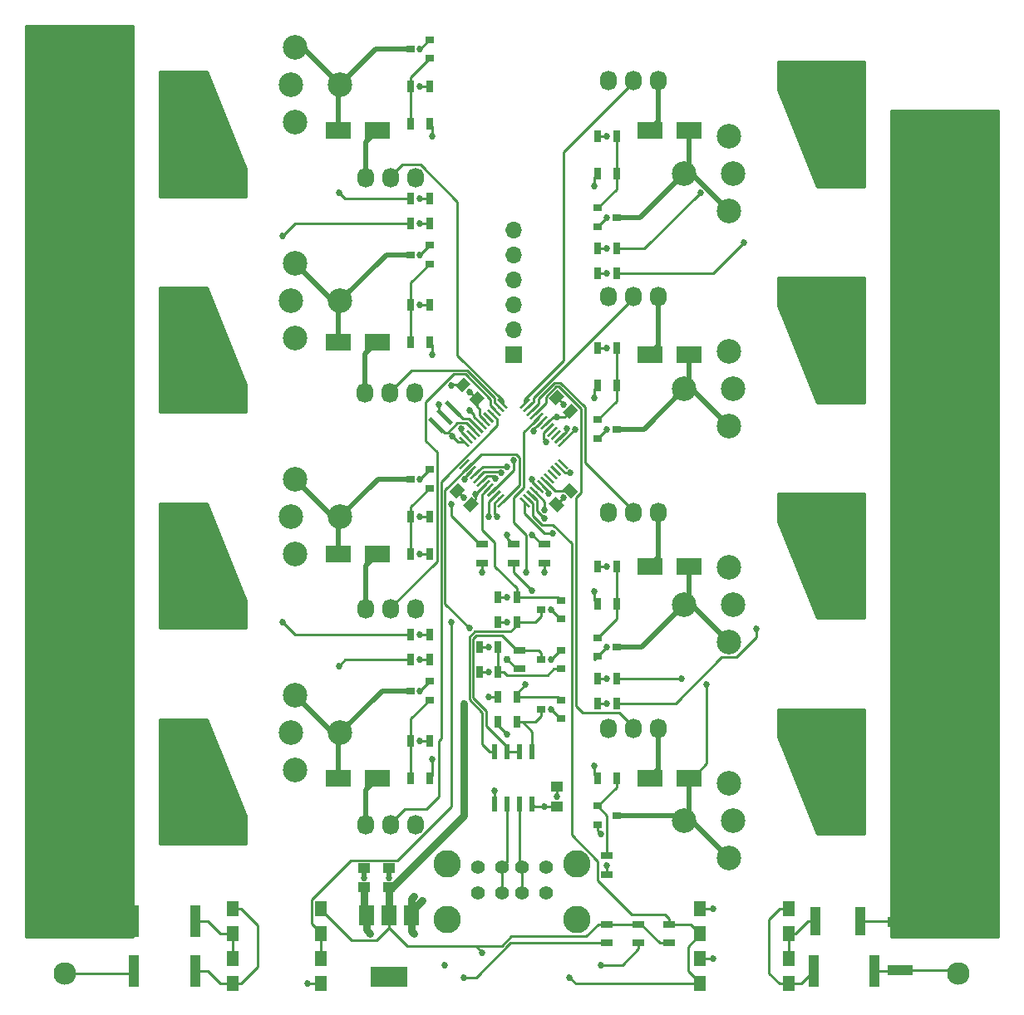
<source format=gtl>
G04 #@! TF.FileFunction,Copper,L1,Top,Mixed*
%FSLAX46Y46*%
G04 Gerber Fmt 4.6, Leading zero omitted, Abs format (unit mm)*
G04 Created by KiCad (PCBNEW 4.0.2+dfsg1-stable) date Tue 05 Jun 2018 02:18:01 AM EDT*
%MOMM*%
G01*
G04 APERTURE LIST*
%ADD10C,0.150000*%
%ADD11R,2.500000X1.800000*%
%ADD12C,2.500000*%
%ADD13R,1.250000X1.000000*%
%ADD14R,1.000000X3.000000*%
%ADD15O,3.810000X2.540000*%
%ADD16O,1.727200X2.032000*%
%ADD17R,1.700000X1.700000*%
%ADD18O,1.700000X1.700000*%
%ADD19C,1.420000*%
%ADD20C,2.800000*%
%ADD21R,2.300000X2.300000*%
%ADD22C,2.300000*%
%ADD23R,0.900000X0.800000*%
%ADD24R,0.700000X1.300000*%
%ADD25R,1.300000X0.700000*%
%ADD26R,2.500000X1.000000*%
%ADD27R,1.000000X3.200000*%
%ADD28R,0.600000X1.550000*%
%ADD29R,3.800000X2.000000*%
%ADD30R,1.500000X2.000000*%
%ADD31R,1.300000X1.500000*%
%ADD32C,0.685800*%
%ADD33C,0.750000*%
%ADD34C,0.254000*%
%ADD35C,0.762000*%
%ADD36C,0.508000*%
G04 APERTURE END LIST*
D10*
D11*
X68040000Y44450000D03*
X64040000Y44450000D03*
D12*
X72110000Y44310000D03*
X72110000Y36690000D03*
X82270000Y44310000D03*
X89890000Y44310000D03*
X94500000Y40500000D03*
X84500000Y40500000D03*
X72500000Y40500000D03*
X67500000Y40500000D03*
D10*
G36*
X51844379Y50608311D02*
X51667602Y50431534D01*
X50748363Y51350773D01*
X50925140Y51527550D01*
X51844379Y50608311D01*
X51844379Y50608311D01*
G37*
G36*
X52197932Y50961864D02*
X52021155Y50785087D01*
X51101916Y51704326D01*
X51278693Y51881103D01*
X52197932Y50961864D01*
X52197932Y50961864D01*
G37*
G36*
X52551486Y51315418D02*
X52374709Y51138641D01*
X51455470Y52057880D01*
X51632247Y52234657D01*
X52551486Y51315418D01*
X52551486Y51315418D01*
G37*
G36*
X52905039Y51668971D02*
X52728262Y51492194D01*
X51809023Y52411433D01*
X51985800Y52588210D01*
X52905039Y51668971D01*
X52905039Y51668971D01*
G37*
G36*
X53258592Y52022524D02*
X53081815Y51845747D01*
X52162576Y52764986D01*
X52339353Y52941763D01*
X53258592Y52022524D01*
X53258592Y52022524D01*
G37*
G36*
X53612146Y52376078D02*
X53435369Y52199301D01*
X52516130Y53118540D01*
X52692907Y53295317D01*
X53612146Y52376078D01*
X53612146Y52376078D01*
G37*
G36*
X53965699Y52729631D02*
X53788922Y52552854D01*
X52869683Y53472093D01*
X53046460Y53648870D01*
X53965699Y52729631D01*
X53965699Y52729631D01*
G37*
G36*
X54319253Y53083185D02*
X54142476Y52906408D01*
X53223237Y53825647D01*
X53400014Y54002424D01*
X54319253Y53083185D01*
X54319253Y53083185D01*
G37*
G36*
X54672806Y53436738D02*
X54496029Y53259961D01*
X53576790Y54179200D01*
X53753567Y54355977D01*
X54672806Y53436738D01*
X54672806Y53436738D01*
G37*
G36*
X55026359Y53790291D02*
X54849582Y53613514D01*
X53930343Y54532753D01*
X54107120Y54709530D01*
X55026359Y53790291D01*
X55026359Y53790291D01*
G37*
G36*
X55379913Y54143845D02*
X55203136Y53967068D01*
X54283897Y54886307D01*
X54460674Y55063084D01*
X55379913Y54143845D01*
X55379913Y54143845D01*
G37*
G36*
X55733466Y54497398D02*
X55556689Y54320621D01*
X54637450Y55239860D01*
X54814227Y55416637D01*
X55733466Y54497398D01*
X55733466Y54497398D01*
G37*
G36*
X55556689Y57679379D02*
X55733466Y57502602D01*
X54814227Y56583363D01*
X54637450Y56760140D01*
X55556689Y57679379D01*
X55556689Y57679379D01*
G37*
G36*
X55203136Y58032932D02*
X55379913Y57856155D01*
X54460674Y56936916D01*
X54283897Y57113693D01*
X55203136Y58032932D01*
X55203136Y58032932D01*
G37*
G36*
X54849582Y58386486D02*
X55026359Y58209709D01*
X54107120Y57290470D01*
X53930343Y57467247D01*
X54849582Y58386486D01*
X54849582Y58386486D01*
G37*
G36*
X54496029Y58740039D02*
X54672806Y58563262D01*
X53753567Y57644023D01*
X53576790Y57820800D01*
X54496029Y58740039D01*
X54496029Y58740039D01*
G37*
G36*
X54142476Y59093592D02*
X54319253Y58916815D01*
X53400014Y57997576D01*
X53223237Y58174353D01*
X54142476Y59093592D01*
X54142476Y59093592D01*
G37*
G36*
X53788922Y59447146D02*
X53965699Y59270369D01*
X53046460Y58351130D01*
X52869683Y58527907D01*
X53788922Y59447146D01*
X53788922Y59447146D01*
G37*
G36*
X53435369Y59800699D02*
X53612146Y59623922D01*
X52692907Y58704683D01*
X52516130Y58881460D01*
X53435369Y59800699D01*
X53435369Y59800699D01*
G37*
G36*
X53081815Y60154253D02*
X53258592Y59977476D01*
X52339353Y59058237D01*
X52162576Y59235014D01*
X53081815Y60154253D01*
X53081815Y60154253D01*
G37*
G36*
X52728262Y60507806D02*
X52905039Y60331029D01*
X51985800Y59411790D01*
X51809023Y59588567D01*
X52728262Y60507806D01*
X52728262Y60507806D01*
G37*
G36*
X52374709Y60861359D02*
X52551486Y60684582D01*
X51632247Y59765343D01*
X51455470Y59942120D01*
X52374709Y60861359D01*
X52374709Y60861359D01*
G37*
G36*
X52021155Y61214913D02*
X52197932Y61038136D01*
X51278693Y60118897D01*
X51101916Y60295674D01*
X52021155Y61214913D01*
X52021155Y61214913D01*
G37*
G36*
X51667602Y61568466D02*
X51844379Y61391689D01*
X50925140Y60472450D01*
X50748363Y60649227D01*
X51667602Y61568466D01*
X51667602Y61568466D01*
G37*
G36*
X49581637Y60649227D02*
X49404860Y60472450D01*
X48485621Y61391689D01*
X48662398Y61568466D01*
X49581637Y60649227D01*
X49581637Y60649227D01*
G37*
G36*
X49228084Y60295674D02*
X49051307Y60118897D01*
X48132068Y61038136D01*
X48308845Y61214913D01*
X49228084Y60295674D01*
X49228084Y60295674D01*
G37*
G36*
X48874530Y59942120D02*
X48697753Y59765343D01*
X47778514Y60684582D01*
X47955291Y60861359D01*
X48874530Y59942120D01*
X48874530Y59942120D01*
G37*
G36*
X48520977Y59588567D02*
X48344200Y59411790D01*
X47424961Y60331029D01*
X47601738Y60507806D01*
X48520977Y59588567D01*
X48520977Y59588567D01*
G37*
G36*
X48167424Y59235014D02*
X47990647Y59058237D01*
X47071408Y59977476D01*
X47248185Y60154253D01*
X48167424Y59235014D01*
X48167424Y59235014D01*
G37*
G36*
X47813870Y58881460D02*
X47637093Y58704683D01*
X46717854Y59623922D01*
X46894631Y59800699D01*
X47813870Y58881460D01*
X47813870Y58881460D01*
G37*
G36*
X47460317Y58527907D02*
X47283540Y58351130D01*
X46364301Y59270369D01*
X46541078Y59447146D01*
X47460317Y58527907D01*
X47460317Y58527907D01*
G37*
G36*
X47106763Y58174353D02*
X46929986Y57997576D01*
X46010747Y58916815D01*
X46187524Y59093592D01*
X47106763Y58174353D01*
X47106763Y58174353D01*
G37*
G36*
X46753210Y57820800D02*
X46576433Y57644023D01*
X45657194Y58563262D01*
X45833971Y58740039D01*
X46753210Y57820800D01*
X46753210Y57820800D01*
G37*
G36*
X46399657Y57467247D02*
X46222880Y57290470D01*
X45303641Y58209709D01*
X45480418Y58386486D01*
X46399657Y57467247D01*
X46399657Y57467247D01*
G37*
G36*
X46046103Y57113693D02*
X45869326Y56936916D01*
X44950087Y57856155D01*
X45126864Y58032932D01*
X46046103Y57113693D01*
X46046103Y57113693D01*
G37*
G36*
X45692550Y56760140D02*
X45515773Y56583363D01*
X44596534Y57502602D01*
X44773311Y57679379D01*
X45692550Y56760140D01*
X45692550Y56760140D01*
G37*
G36*
X45515773Y55416637D02*
X45692550Y55239860D01*
X44773311Y54320621D01*
X44596534Y54497398D01*
X45515773Y55416637D01*
X45515773Y55416637D01*
G37*
G36*
X45869326Y55063084D02*
X46046103Y54886307D01*
X45126864Y53967068D01*
X44950087Y54143845D01*
X45869326Y55063084D01*
X45869326Y55063084D01*
G37*
G36*
X46222880Y54709530D02*
X46399657Y54532753D01*
X45480418Y53613514D01*
X45303641Y53790291D01*
X46222880Y54709530D01*
X46222880Y54709530D01*
G37*
G36*
X46576433Y54355977D02*
X46753210Y54179200D01*
X45833971Y53259961D01*
X45657194Y53436738D01*
X46576433Y54355977D01*
X46576433Y54355977D01*
G37*
G36*
X46929986Y54002424D02*
X47106763Y53825647D01*
X46187524Y52906408D01*
X46010747Y53083185D01*
X46929986Y54002424D01*
X46929986Y54002424D01*
G37*
G36*
X47283540Y53648870D02*
X47460317Y53472093D01*
X46541078Y52552854D01*
X46364301Y52729631D01*
X47283540Y53648870D01*
X47283540Y53648870D01*
G37*
G36*
X47637093Y53295317D02*
X47813870Y53118540D01*
X46894631Y52199301D01*
X46717854Y52376078D01*
X47637093Y53295317D01*
X47637093Y53295317D01*
G37*
G36*
X47990647Y52941763D02*
X48167424Y52764986D01*
X47248185Y51845747D01*
X47071408Y52022524D01*
X47990647Y52941763D01*
X47990647Y52941763D01*
G37*
G36*
X48344200Y52588210D02*
X48520977Y52411433D01*
X47601738Y51492194D01*
X47424961Y51668971D01*
X48344200Y52588210D01*
X48344200Y52588210D01*
G37*
G36*
X48697753Y52234657D02*
X48874530Y52057880D01*
X47955291Y51138641D01*
X47778514Y51315418D01*
X48697753Y52234657D01*
X48697753Y52234657D01*
G37*
G36*
X49051307Y51881103D02*
X49228084Y51704326D01*
X48308845Y50785087D01*
X48132068Y50961864D01*
X49051307Y51881103D01*
X49051307Y51881103D01*
G37*
G36*
X49404860Y51527550D02*
X49581637Y51350773D01*
X48662398Y50431534D01*
X48485621Y50608311D01*
X49404860Y51527550D01*
X49404860Y51527550D01*
G37*
G36*
X56747602Y60341281D02*
X55863719Y59457398D01*
X55156612Y60164505D01*
X56040495Y61048388D01*
X56747602Y60341281D01*
X56747602Y60341281D01*
G37*
G36*
X55333388Y61755495D02*
X54449505Y60871612D01*
X53742398Y61578719D01*
X54626281Y62462602D01*
X55333388Y61755495D01*
X55333388Y61755495D01*
G37*
G36*
X46587602Y50816281D02*
X45703719Y49932398D01*
X44996612Y50639505D01*
X45880495Y51523388D01*
X46587602Y50816281D01*
X46587602Y50816281D01*
G37*
G36*
X45173388Y52230495D02*
X44289505Y51346612D01*
X43582398Y52053719D01*
X44466281Y52937602D01*
X45173388Y52230495D01*
X45173388Y52230495D01*
G37*
G36*
X47222602Y61611281D02*
X46338719Y60727398D01*
X45631612Y61434505D01*
X46515495Y62318388D01*
X47222602Y61611281D01*
X47222602Y61611281D01*
G37*
G36*
X45808388Y63025495D02*
X44924505Y62141612D01*
X44217398Y62848719D01*
X45101281Y63732602D01*
X45808388Y63025495D01*
X45808388Y63025495D01*
G37*
G36*
X55863719Y52937602D02*
X56747602Y52053719D01*
X56040495Y51346612D01*
X55156612Y52230495D01*
X55863719Y52937602D01*
X55863719Y52937602D01*
G37*
G36*
X54449505Y51523388D02*
X55333388Y50639505D01*
X54626281Y49932398D01*
X53742398Y50816281D01*
X54449505Y51523388D01*
X54449505Y51523388D01*
G37*
D13*
X54610000Y19955000D03*
X54610000Y21955000D03*
X34925000Y11700000D03*
X34925000Y13700000D03*
X37465000Y11700000D03*
X37465000Y13700000D03*
D14*
X85485000Y8255000D03*
X80885000Y8255000D03*
D12*
X27890000Y89690000D03*
X27890000Y97310000D03*
X17730000Y89690000D03*
X10110000Y89690000D03*
X5500000Y93500000D03*
X15500000Y93500000D03*
X27500000Y93500000D03*
X32500000Y93500000D03*
X72110000Y88310000D03*
X72110000Y80690000D03*
X82270000Y88310000D03*
X89890000Y88310000D03*
X94500000Y84500000D03*
X84500000Y84500000D03*
X72500000Y84500000D03*
X67500000Y84500000D03*
X72110000Y66310000D03*
X72110000Y58690000D03*
X82270000Y66310000D03*
X89890000Y66310000D03*
X94500000Y62500000D03*
X84500000Y62500000D03*
X72500000Y62500000D03*
X67500000Y62500000D03*
X72110000Y22310000D03*
X72110000Y14690000D03*
X82270000Y22310000D03*
X89890000Y22310000D03*
X94500000Y18500000D03*
X84500000Y18500000D03*
X72500000Y18500000D03*
X67500000Y18500000D03*
X27890000Y23690000D03*
X27890000Y31310000D03*
X17730000Y23690000D03*
X10110000Y23690000D03*
X5500000Y27500000D03*
X15500000Y27500000D03*
X27500000Y27500000D03*
X32500000Y27500000D03*
X27890000Y45690000D03*
X27890000Y53310000D03*
X17730000Y45690000D03*
X10110000Y45690000D03*
X5500000Y49500000D03*
X15500000Y49500000D03*
X27500000Y49500000D03*
X32500000Y49500000D03*
X27890000Y67690000D03*
X27890000Y75310000D03*
X17730000Y67690000D03*
X10110000Y67690000D03*
X5500000Y71500000D03*
X15500000Y71500000D03*
X27500000Y71500000D03*
X32500000Y71500000D03*
D15*
X16050000Y83500000D03*
X21130000Y83500000D03*
D16*
X35100000Y84074800D03*
X37640000Y84074800D03*
X40180000Y84074800D03*
D15*
X83950000Y94500000D03*
X78870000Y94500000D03*
D16*
X64900000Y93925200D03*
X62360000Y93925200D03*
X59820000Y93925200D03*
D15*
X83950000Y72500000D03*
X78870000Y72500000D03*
D16*
X64900000Y71925200D03*
X62360000Y71925200D03*
X59820000Y71925200D03*
D15*
X83950000Y50500000D03*
X78870000Y50500000D03*
D16*
X64900000Y49925200D03*
X62360000Y49925200D03*
X59820000Y49925200D03*
D15*
X83950000Y28500000D03*
X78870000Y28500000D03*
D16*
X64900000Y27925200D03*
X62360000Y27925200D03*
X59820000Y27925200D03*
D15*
X16050000Y17500000D03*
X21130000Y17500000D03*
D16*
X35100000Y18074800D03*
X37640000Y18074800D03*
X40180000Y18074800D03*
D15*
X16050000Y39500000D03*
X21130000Y39500000D03*
D16*
X35100000Y40074800D03*
X37640000Y40074800D03*
X40180000Y40074800D03*
D15*
X16000000Y61500000D03*
X21080000Y61500000D03*
D16*
X35050000Y62074800D03*
X37590000Y62074800D03*
X40130000Y62074800D03*
D17*
X50165000Y66040000D03*
D18*
X50165000Y68580000D03*
X50165000Y71120000D03*
X50165000Y73660000D03*
X50165000Y76200000D03*
X50165000Y78740000D03*
D19*
X46500000Y13725005D03*
X49000000Y13725005D03*
X51000000Y13725005D03*
X53500000Y13725005D03*
X46500000Y11105005D03*
X49000000Y11105005D03*
X51000000Y11105005D03*
X53500000Y11105005D03*
D20*
X56570000Y8395005D03*
X56570000Y14075005D03*
X43430000Y14075005D03*
X43430000Y8395005D03*
D21*
X95500000Y8040000D03*
D22*
X95500000Y2960000D03*
D21*
X4445000Y8040000D03*
D22*
X4445000Y2960000D03*
D23*
X41640000Y96205000D03*
X41640000Y98105000D03*
X39640000Y97155000D03*
X58690000Y80960000D03*
X58690000Y79060000D03*
X60690000Y80010000D03*
X58690000Y59370000D03*
X58690000Y57470000D03*
X60690000Y58420000D03*
X58690000Y37145000D03*
X58690000Y35245000D03*
X60690000Y36195000D03*
X58690000Y20000000D03*
X58690000Y18100000D03*
X60690000Y19050000D03*
X41640000Y30800000D03*
X41640000Y32700000D03*
X39640000Y31750000D03*
X41640000Y52390000D03*
X41640000Y54290000D03*
X39640000Y53340000D03*
X41640000Y75250000D03*
X41640000Y77150000D03*
X39640000Y76200000D03*
X54975000Y33975000D03*
X54975000Y35875000D03*
X52975000Y34925000D03*
X54975000Y39055000D03*
X54975000Y40955000D03*
X52975000Y40005000D03*
X54975000Y28895000D03*
X54975000Y30795000D03*
X52975000Y29845000D03*
D24*
X39690000Y89535000D03*
X41590000Y89535000D03*
X39690000Y93345000D03*
X41590000Y93345000D03*
X41590000Y81915000D03*
X39690000Y81915000D03*
X60640000Y84455000D03*
X58740000Y84455000D03*
X60640000Y88265000D03*
X58740000Y88265000D03*
X58740000Y76835000D03*
X60640000Y76835000D03*
X60640000Y62865000D03*
X58740000Y62865000D03*
X60640000Y66675000D03*
X58740000Y66675000D03*
X58740000Y74295000D03*
X60640000Y74295000D03*
X60640000Y40640000D03*
X58740000Y40640000D03*
X60640000Y44450000D03*
X58740000Y44450000D03*
X58740000Y30480000D03*
X60640000Y30480000D03*
X60640000Y22860000D03*
X58740000Y22860000D03*
D25*
X59690000Y14920000D03*
X59690000Y13020000D03*
D24*
X58740000Y33020000D03*
X60640000Y33020000D03*
X39690000Y22860000D03*
X41590000Y22860000D03*
X39690000Y26670000D03*
X41590000Y26670000D03*
X41590000Y34925000D03*
X39690000Y34925000D03*
X39690000Y49530000D03*
X41590000Y49530000D03*
X39690000Y45720000D03*
X41590000Y45720000D03*
X41590000Y37465000D03*
X39690000Y37465000D03*
X39690000Y67310000D03*
X41590000Y67310000D03*
X39690000Y71120000D03*
X41590000Y71120000D03*
X41590000Y79375000D03*
X39690000Y79375000D03*
X48575000Y36195000D03*
X46675000Y36195000D03*
X48575000Y33655000D03*
X46675000Y33655000D03*
D25*
X50800000Y33975000D03*
X50800000Y35875000D03*
D24*
X48580000Y41275000D03*
X50480000Y41275000D03*
X48580000Y31115000D03*
X50480000Y31115000D03*
X48580000Y38735000D03*
X50480000Y38735000D03*
X48580000Y28575000D03*
X50480000Y28575000D03*
D25*
X53340000Y44770000D03*
X53340000Y46670000D03*
X46990000Y44770000D03*
X46990000Y46670000D03*
X50165000Y44770000D03*
X50165000Y46670000D03*
X59690000Y7935000D03*
X59690000Y6035000D03*
D26*
X89535000Y3265000D03*
X89535000Y8165000D03*
D27*
X86920000Y3175000D03*
X80720000Y3175000D03*
D25*
X62865000Y6035000D03*
X62865000Y7935000D03*
X66040000Y6035000D03*
X66040000Y7935000D03*
D27*
X17705000Y8255000D03*
X11505000Y8255000D03*
X17705000Y3175000D03*
X11505000Y3175000D03*
D28*
X52070000Y25560000D03*
X50800000Y25560000D03*
X49530000Y25560000D03*
X48260000Y25560000D03*
X48260000Y20160000D03*
X49530000Y20160000D03*
X50800000Y20160000D03*
X52070000Y20160000D03*
D29*
X37465000Y2565000D03*
D30*
X37465000Y8865000D03*
X35165000Y8865000D03*
X39765000Y8865000D03*
D31*
X78160000Y4445000D03*
X78160000Y1905000D03*
X78160000Y9525000D03*
X78160000Y6985000D03*
X69160000Y9525000D03*
X69160000Y6985000D03*
X69160000Y4445000D03*
X69160000Y1905000D03*
X21535000Y6985000D03*
X21535000Y9525000D03*
X21535000Y1905000D03*
X21535000Y4445000D03*
X30535000Y1905000D03*
X30535000Y4445000D03*
X30535000Y6985000D03*
X30535000Y9525000D03*
D10*
G36*
X43745685Y58841472D02*
X42331472Y60255685D01*
X42614315Y60538528D01*
X44028528Y59124315D01*
X43745685Y58841472D01*
X43745685Y58841472D01*
G37*
G36*
X44594213Y59690000D02*
X43180000Y61104213D01*
X43462843Y61387056D01*
X44877056Y59972843D01*
X44594213Y59690000D01*
X44594213Y59690000D01*
G37*
G36*
X42897157Y57992944D02*
X41482944Y59407157D01*
X41765787Y59690000D01*
X43180000Y58275787D01*
X42897157Y57992944D01*
X42897157Y57992944D01*
G37*
D11*
X32290000Y88900000D03*
X36290000Y88900000D03*
X68040000Y88900000D03*
X64040000Y88900000D03*
X68040000Y66040000D03*
X64040000Y66040000D03*
X68040000Y22860000D03*
X64040000Y22860000D03*
X32290000Y22860000D03*
X36290000Y22860000D03*
X32290000Y45720000D03*
X36290000Y45720000D03*
X32290000Y67310000D03*
X36290000Y67310000D03*
D32*
X49530000Y41275000D03*
X45720000Y62230000D03*
X45085000Y30480000D03*
X45085000Y29845000D03*
X46990000Y5080000D03*
X46304758Y51786205D03*
X54610000Y59690000D03*
X53975000Y40005000D03*
X53975000Y29845000D03*
X47625000Y31115000D03*
X40005000Y10795000D03*
X40894000Y10414000D03*
X53481820Y57150000D03*
X55895057Y53958904D03*
X53738495Y51899979D03*
X40640000Y26670000D03*
X40640000Y31750000D03*
X47625000Y33655000D03*
X48268143Y53352040D03*
X55245000Y51435000D03*
X40640000Y53340000D03*
X40640000Y45720000D03*
X59690000Y13970000D03*
X40640000Y71120000D03*
X40640000Y76200000D03*
X59690000Y80010000D03*
X59690000Y88265000D03*
X40640000Y97155000D03*
X40640000Y93345000D03*
X29210000Y1905000D03*
X48260000Y21590000D03*
X37465000Y12700000D03*
X34925000Y12700000D03*
X43180000Y3810000D03*
X40005000Y6985000D03*
X70485000Y9525000D03*
X70485000Y4445000D03*
X45720000Y60325000D03*
X42545000Y60960000D03*
X43815000Y62865000D03*
X55245000Y60960000D03*
X45085000Y51435000D03*
X54610000Y20955000D03*
X59055000Y17145000D03*
X59690000Y44450000D03*
X59690000Y66675000D03*
X59690000Y36195000D03*
X59690000Y58420000D03*
X53975000Y34925000D03*
D33*
X49530000Y34925000D03*
D32*
X40640000Y37465000D03*
X40640000Y34925000D03*
X49530000Y38735000D03*
X40640000Y81915000D03*
X40640000Y79375000D03*
X49530000Y27305000D03*
X35560000Y6985000D03*
X53340000Y19955000D03*
X59690000Y33020000D03*
X59690000Y30480000D03*
X59690000Y74295000D03*
X59690000Y76835000D03*
X32385000Y82550000D03*
X46990000Y43815000D03*
X51989401Y41990599D03*
X53340000Y43815000D03*
X45085000Y2540000D03*
X47625000Y36195000D03*
X45671125Y38148875D03*
X50165000Y55245000D03*
X43815000Y50800000D03*
X45144049Y53280951D03*
X52070000Y47625000D03*
X49530000Y54610000D03*
X49530000Y47625000D03*
X48895000Y53975000D03*
X51435000Y43815000D03*
X51367091Y32385000D03*
X52237209Y58252791D03*
X41910000Y88265000D03*
X44861369Y58432690D03*
X58420000Y83185000D03*
X55545561Y58440938D03*
X58420000Y61595000D03*
X56404702Y58420000D03*
X58420000Y41910000D03*
X53340000Y50165000D03*
X58420000Y24130000D03*
X54176017Y47813903D03*
X41910000Y24765000D03*
X48463203Y49530000D03*
X47625000Y49530000D03*
X40640000Y49530000D03*
X41910000Y66040000D03*
X43937540Y57662460D03*
X52070000Y53340000D03*
X43815000Y38735000D03*
X53319062Y49305859D03*
X55880000Y2540000D03*
X69850000Y32385000D03*
X69202658Y82537658D03*
X73660000Y77470000D03*
X74930000Y38100000D03*
X67310000Y33020000D03*
X32385000Y34290000D03*
X26670000Y38735000D03*
X26670000Y78105000D03*
X59055000Y3810000D03*
D34*
X48580000Y41275000D02*
X49530000Y41275000D01*
X46427107Y61522893D02*
X45720000Y62230000D01*
X47265862Y59252691D02*
X46735533Y59783020D01*
X46735533Y59783020D02*
X46735533Y60407360D01*
X46735533Y60407360D02*
X46427107Y60715786D01*
X46427107Y60715786D02*
X46427107Y61522893D01*
X30535000Y9525000D02*
X30535000Y9425000D01*
X30535000Y9425000D02*
X33635409Y6324591D01*
X33635409Y6324591D02*
X36178591Y6324591D01*
X36178591Y6324591D02*
X37465000Y7611000D01*
D35*
X45085000Y29845000D02*
X45085000Y30480000D01*
X37465000Y8865000D02*
X37465000Y11403074D01*
X37465000Y11403074D02*
X45085000Y19023074D01*
X45085000Y19023074D02*
X45085000Y29845000D01*
D34*
X46355000Y5715000D02*
X48955250Y5715000D01*
X57566604Y6715604D02*
X58786000Y7935000D01*
X48955250Y5715000D02*
X49955854Y6715604D01*
X49955854Y6715604D02*
X57566604Y6715604D01*
X58786000Y7935000D02*
X59690000Y7935000D01*
X46990000Y5080000D02*
X46355000Y5715000D01*
X46355000Y5715000D02*
X39361000Y5715000D01*
X39361000Y5715000D02*
X37465000Y7611000D01*
X37465000Y7611000D02*
X37465000Y8865000D01*
X62865000Y7935000D02*
X63165000Y7935000D01*
X63165000Y7935000D02*
X65065000Y6035000D01*
X65065000Y6035000D02*
X66040000Y6035000D01*
X59690000Y7935000D02*
X62865000Y7935000D01*
D35*
X37465000Y8865000D02*
X37465000Y11700000D01*
D34*
X45792107Y50727893D02*
X46304758Y51240544D01*
X46304758Y51240544D02*
X46304758Y51786205D01*
X46304758Y51786205D02*
X46735533Y52216980D01*
X46735533Y52216980D02*
X47265862Y52747309D01*
X54610000Y59690000D02*
X55389214Y59690000D01*
X54208553Y59690000D02*
X54610000Y59690000D01*
X54975000Y39055000D02*
X54925000Y39055000D01*
X54925000Y39055000D02*
X53975000Y40005000D01*
X54975000Y28895000D02*
X54925000Y28895000D01*
X54925000Y28895000D02*
X53975000Y29845000D01*
X48580000Y31115000D02*
X47625000Y31115000D01*
X53417691Y58899138D02*
X54208553Y59690000D01*
X55389214Y59690000D02*
X55439456Y59740242D01*
X55439456Y59740242D02*
X55952107Y60252893D01*
D35*
X39765000Y8865000D02*
X39765000Y8495000D01*
X39765000Y8865000D02*
X39765000Y10555000D01*
X39765000Y10555000D02*
X40005000Y10795000D01*
X39765000Y8865000D02*
X39765000Y9285000D01*
X39765000Y9285000D02*
X40894000Y10414000D01*
D34*
X53771245Y58545584D02*
X53240916Y58015255D01*
X53240916Y58015255D02*
X53240916Y57390904D01*
X53240916Y57390904D02*
X53481820Y57150000D01*
X54831905Y54515076D02*
X55388077Y53958904D01*
X55388077Y53958904D02*
X55895057Y53958904D01*
X53064138Y52747309D02*
X53738495Y52072952D01*
X53738495Y52072952D02*
X53738495Y51899979D01*
X41590000Y26670000D02*
X40640000Y26670000D01*
X41640000Y32700000D02*
X41590000Y32700000D01*
X41590000Y32700000D02*
X40640000Y31750000D01*
X46675000Y33655000D02*
X47625000Y33655000D01*
X46912309Y53100862D02*
X47442638Y53631191D01*
X47442638Y53631191D02*
X47988992Y53631191D01*
X47988992Y53631191D02*
X48268143Y53352040D01*
X54537893Y50727893D02*
X55245000Y51435000D01*
X41640000Y54290000D02*
X41590000Y54290000D01*
X41590000Y54290000D02*
X40640000Y53340000D01*
X41590000Y45720000D02*
X40640000Y45720000D01*
X59690000Y13020000D02*
X59690000Y13970000D01*
X41590000Y71120000D02*
X40640000Y71120000D01*
X41640000Y77150000D02*
X41590000Y77150000D01*
X41590000Y77150000D02*
X40640000Y76200000D01*
X58690000Y79060000D02*
X58740000Y79060000D01*
X58740000Y79060000D02*
X59690000Y80010000D01*
X58740000Y88265000D02*
X59690000Y88265000D01*
X41640000Y98105000D02*
X41590000Y98105000D01*
X41590000Y98105000D02*
X40640000Y97155000D01*
X41590000Y93345000D02*
X40640000Y93345000D01*
X30535000Y1905000D02*
X29210000Y1905000D01*
X48260000Y20160000D02*
X48260000Y21590000D01*
D36*
X37465000Y13700000D02*
X37465000Y12700000D01*
X34925000Y13700000D02*
X34925000Y12700000D01*
D35*
X39765000Y8865000D02*
X39765000Y7225000D01*
X39765000Y7225000D02*
X40005000Y6985000D01*
D34*
X69160000Y9525000D02*
X70485000Y9525000D01*
X69160000Y4445000D02*
X70485000Y4445000D01*
X46121447Y59690000D02*
X46121447Y59923553D01*
X46121447Y59923553D02*
X45720000Y60325000D01*
X46912309Y58899138D02*
X46121447Y59690000D01*
X42545000Y60325000D02*
X43180000Y59690000D01*
X42545000Y60960000D02*
X42545000Y60325000D01*
X45012893Y62937107D02*
X43887107Y62937107D01*
X43887107Y62937107D02*
X43815000Y62865000D01*
X54537893Y61667107D02*
X55245000Y60960000D01*
X44377893Y52142107D02*
X45085000Y51435000D01*
X54610000Y21955000D02*
X54610000Y20955000D01*
X58690000Y18100000D02*
X58690000Y17510000D01*
X58690000Y17510000D02*
X59055000Y17145000D01*
X58740000Y44450000D02*
X59690000Y44450000D01*
X58740000Y66675000D02*
X59690000Y66675000D01*
X58690000Y35245000D02*
X58740000Y35245000D01*
X58740000Y35245000D02*
X59690000Y36195000D01*
X58690000Y57470000D02*
X58740000Y57470000D01*
X58740000Y57470000D02*
X59690000Y58420000D01*
X54975000Y35875000D02*
X54925000Y35875000D01*
X54925000Y35875000D02*
X53975000Y34925000D01*
X58690000Y35245000D02*
X58370000Y34925000D01*
X53417691Y53100862D02*
X54376446Y52142107D01*
X54376446Y52142107D02*
X55952107Y52142107D01*
X50800000Y33975000D02*
X50480000Y33975000D01*
X50480000Y33975000D02*
X49530000Y34925000D01*
X41590000Y37465000D02*
X40640000Y37465000D01*
X41590000Y34925000D02*
X40640000Y34925000D01*
X49530000Y38735000D02*
X48580000Y38735000D01*
X41590000Y81915000D02*
X40640000Y81915000D01*
X41590000Y79375000D02*
X40640000Y79375000D01*
D36*
X64900000Y93925200D02*
X64900000Y89760000D01*
X64900000Y89760000D02*
X64040000Y88900000D01*
X64900000Y71925200D02*
X64900000Y66900000D01*
X64900000Y66900000D02*
X64040000Y66040000D01*
X64900000Y49925200D02*
X64900000Y45310000D01*
X64900000Y45310000D02*
X64040000Y44450000D01*
X64900000Y27925200D02*
X64900000Y23720000D01*
X64900000Y23720000D02*
X64040000Y22860000D01*
X35100000Y18074800D02*
X35100000Y21670000D01*
X35100000Y21670000D02*
X36290000Y22860000D01*
X35100000Y40074800D02*
X35100000Y44530000D01*
X35100000Y44530000D02*
X36290000Y45720000D01*
X35100000Y84074800D02*
X35100000Y87710000D01*
X35100000Y87710000D02*
X36290000Y88900000D01*
X35050000Y62074800D02*
X35050000Y66070000D01*
X35050000Y66070000D02*
X36290000Y67310000D01*
D34*
X48580000Y28575000D02*
X48580000Y28255000D01*
X48580000Y28255000D02*
X49530000Y27305000D01*
D35*
X35165000Y8865000D02*
X35165000Y7380000D01*
X35165000Y7380000D02*
X35560000Y6985000D01*
X34925000Y11700000D02*
X34925000Y9105000D01*
X34925000Y9105000D02*
X35165000Y8865000D01*
D34*
X53340000Y19955000D02*
X52275000Y19955000D01*
X54610000Y19955000D02*
X53340000Y19955000D01*
X52275000Y19955000D02*
X52070000Y20160000D01*
X58740000Y33020000D02*
X59690000Y33020000D01*
X58740000Y30480000D02*
X59690000Y30480000D01*
X58740000Y74295000D02*
X59690000Y74295000D01*
X58740000Y76835000D02*
X59690000Y76835000D01*
X11505000Y8255000D02*
X4660000Y8255000D01*
X4660000Y8255000D02*
X4445000Y8040000D01*
X85485000Y8255000D02*
X89445000Y8255000D01*
X89445000Y8255000D02*
X89535000Y8165000D01*
X89535000Y8165000D02*
X95375000Y8165000D01*
X95375000Y8165000D02*
X95500000Y8040000D01*
X80885000Y8255000D02*
X80131000Y8255000D01*
X80131000Y8255000D02*
X78861000Y6985000D01*
X78861000Y6985000D02*
X78160000Y6985000D01*
X78160000Y4445000D02*
X78160000Y6985000D01*
X78160000Y7085000D02*
X78160000Y6985000D01*
X34290000Y81915000D02*
X33020000Y81915000D01*
X33020000Y81915000D02*
X32385000Y82550000D01*
X34290000Y81915000D02*
X39690000Y81915000D01*
D36*
X39640000Y97155000D02*
X36155000Y97155000D01*
X36155000Y97155000D02*
X32500000Y93500000D01*
X32290000Y88900000D02*
X32290000Y93290000D01*
X32290000Y93290000D02*
X32500000Y93500000D01*
X32500000Y93500000D02*
X28690000Y97310000D01*
X28690000Y97310000D02*
X27890000Y97310000D01*
D34*
X46990000Y43815000D02*
X46990000Y44770000D01*
X51989401Y41990599D02*
X50165000Y43815000D01*
X50165000Y43815000D02*
X50165000Y44770000D01*
X53340000Y43815000D02*
X53340000Y44770000D01*
X46355000Y2540000D02*
X49850000Y6035000D01*
X49850000Y6035000D02*
X59690000Y6035000D01*
X45085000Y2540000D02*
X46355000Y2540000D01*
X50787301Y55543705D02*
X50787301Y52733214D01*
X50787301Y52733214D02*
X49033629Y50979542D01*
X45498095Y54515076D02*
X46850320Y55867301D01*
X46850320Y55867301D02*
X50463705Y55867301D01*
X50463705Y55867301D02*
X50787301Y55543705D01*
X47625000Y36195000D02*
X46675000Y36195000D01*
X43182221Y52199202D02*
X43182221Y40637779D01*
X43182221Y40637779D02*
X45671125Y38148875D01*
X45498095Y54515076D02*
X43182221Y52199202D01*
X47972969Y52040202D02*
X50165000Y54232233D01*
X50165000Y54364589D02*
X50165000Y55245000D01*
X50165000Y54232233D02*
X50165000Y54364589D01*
X47619416Y52393755D02*
X46990000Y51764339D01*
X46990000Y51764339D02*
X46990000Y48172922D01*
X46990000Y48172922D02*
X48260000Y46902922D01*
X48260000Y46902922D02*
X48260000Y44450000D01*
X48260000Y44450000D02*
X50480000Y42230000D01*
X50480000Y42230000D02*
X50480000Y41275000D01*
X50480000Y41275000D02*
X54655000Y41275000D01*
X54655000Y41275000D02*
X54975000Y40955000D01*
X43815000Y50800000D02*
X43815000Y49545000D01*
X43815000Y49545000D02*
X46690000Y46670000D01*
X46690000Y46670000D02*
X46990000Y46670000D01*
X45085000Y53394873D02*
X45085000Y53340000D01*
X45085000Y53340000D02*
X45144049Y53280951D01*
X45851649Y54161522D02*
X45085000Y53394873D01*
X52070000Y47625000D02*
X53025000Y46670000D01*
X53025000Y46670000D02*
X53340000Y46670000D01*
X46205202Y53807969D02*
X47007233Y54610000D01*
X47007233Y54610000D02*
X47139589Y54610000D01*
X47139589Y54610000D02*
X49530000Y54610000D01*
X49530000Y47625000D02*
X49530000Y47305000D01*
X49530000Y47305000D02*
X50165000Y46670000D01*
X46558755Y53454416D02*
X47141940Y54037601D01*
X47141940Y54037601D02*
X48832399Y54037601D01*
X48832399Y54037601D02*
X48895000Y53975000D01*
X43458656Y58063656D02*
X44450000Y59055000D01*
X45342233Y59055000D02*
X44450000Y59055000D01*
X46205202Y58192031D02*
X45342233Y59055000D01*
X43109288Y58063656D02*
X43458656Y58063656D01*
X42331472Y58841472D02*
X43109288Y58063656D01*
X44028528Y60538528D02*
X45045397Y59521659D01*
X45045397Y59521659D02*
X45582680Y59521659D01*
X45582680Y59521659D02*
X46028426Y59075913D01*
X46028426Y59075913D02*
X46558755Y58545584D01*
X48680076Y60666905D02*
X48206211Y61140770D01*
X48206211Y61140770D02*
X48206211Y61597569D01*
X48206211Y61597569D02*
X45385358Y64418422D01*
X45385358Y64418422D02*
X39781222Y64418422D01*
X39781222Y64418422D02*
X37590000Y62227200D01*
X37590000Y62227200D02*
X37590000Y62074800D01*
X37640000Y40074800D02*
X37640000Y40227200D01*
X37640000Y40227200D02*
X42369401Y44956601D01*
X42369401Y44956601D02*
X42369401Y56055599D01*
X42369401Y56055599D02*
X41203534Y57221466D01*
X44041006Y64012012D02*
X45217018Y64012012D01*
X41203534Y57221466D02*
X41203534Y61174540D01*
X41203534Y61174540D02*
X44041006Y64012012D01*
X45217018Y64012012D02*
X47796193Y61432837D01*
X47796193Y61432837D02*
X47796193Y60843680D01*
X47796193Y60843680D02*
X48326522Y60313351D01*
X37640000Y18074800D02*
X37640000Y18227200D01*
X37640000Y18227200D02*
X39097800Y19685000D01*
X42775811Y53071822D02*
X48503298Y58799309D01*
X48503298Y59429469D02*
X47972969Y59959798D01*
X39097800Y19685000D02*
X41275000Y19685000D01*
X41275000Y19685000D02*
X42545000Y20955000D01*
X42545000Y20955000D02*
X42545000Y26670000D01*
X42545000Y26670000D02*
X42775811Y26900811D01*
X42775811Y26900811D02*
X42775811Y53071822D01*
X48503298Y58799309D02*
X48503298Y59429469D01*
X62360000Y27925200D02*
X62360000Y28077600D01*
X62360000Y28077600D02*
X60887001Y29550599D01*
X60887001Y29550599D02*
X57158395Y29550599D01*
X57158395Y29550599D02*
X56515000Y30193994D01*
X56515000Y30193994D02*
X56515000Y51425970D01*
X56515000Y51425970D02*
X57027012Y51937982D01*
X57027012Y51937982D02*
X57027012Y60457018D01*
X57027012Y60457018D02*
X54742018Y62742012D01*
X54742018Y62742012D02*
X54510544Y62742012D01*
X54510544Y62742012D02*
X53462988Y61694456D01*
X53462988Y61065755D02*
X52887360Y60490127D01*
X53462988Y61694456D02*
X53462988Y61065755D01*
X52887360Y60490127D02*
X52357031Y59959798D01*
X52813663Y60433663D02*
X52357031Y59977031D01*
X52357031Y59977031D02*
X52357031Y59959798D01*
X52003478Y60313351D02*
X52705000Y61014873D01*
X52705000Y61014873D02*
X52705000Y61511218D01*
X52705000Y61511218D02*
X54342204Y63148422D01*
X54342204Y63148422D02*
X54910358Y63148422D01*
X62360000Y50077600D02*
X62360000Y49925200D01*
X54910358Y63148422D02*
X57433422Y60625358D01*
X57433422Y60625358D02*
X57433422Y55004178D01*
X57433422Y55004178D02*
X62360000Y50077600D01*
X51649924Y60666905D02*
X52180253Y61197234D01*
X52180253Y61197234D02*
X52180253Y61593053D01*
X62360000Y71772800D02*
X62360000Y71925200D01*
X52180253Y61593053D02*
X62360000Y71772800D01*
X55245000Y65405000D02*
X55245000Y86657800D01*
X55245000Y86657800D02*
X62360000Y93772800D01*
X62360000Y93772800D02*
X62360000Y93925200D01*
X51296371Y61456371D02*
X55245000Y65405000D01*
X51296371Y61020458D02*
X51296371Y61456371D01*
X51296371Y61297235D02*
X51296371Y61020458D01*
X49033629Y61344901D02*
X49033629Y61020458D01*
X44450000Y65928530D02*
X49033629Y61344901D01*
X44450000Y81573660D02*
X44450000Y65928530D01*
X37640000Y84074800D02*
X37640000Y84227200D01*
X37640000Y84227200D02*
X38783010Y85370210D01*
X38783010Y85370210D02*
X40653450Y85370210D01*
X40653450Y85370210D02*
X44450000Y81573660D01*
X51435000Y43815000D02*
X51435000Y47625000D01*
X51435000Y47625000D02*
X50165000Y48895000D01*
X50165000Y48895000D02*
X50165000Y51435000D01*
X50165000Y51435000D02*
X51193711Y52463711D01*
X51193711Y52463711D02*
X51193711Y58089372D01*
X51193711Y58089372D02*
X52159339Y59055000D01*
X52159339Y59055000D02*
X52710584Y59606245D01*
X50480000Y31115000D02*
X50480000Y31497909D01*
X50480000Y31497909D02*
X51367091Y32385000D01*
X50480000Y31115000D02*
X54655000Y31115000D01*
X54655000Y31115000D02*
X54975000Y30795000D01*
X53064138Y59252691D02*
X52237209Y58425762D01*
X52237209Y58425762D02*
X52237209Y58252791D01*
X52533809Y58722362D02*
X53064138Y59252691D01*
X41910000Y88265000D02*
X41910000Y89215000D01*
X41910000Y89215000D02*
X41590000Y89535000D01*
X45498095Y57484924D02*
X44861369Y58121650D01*
X44861369Y58121650D02*
X44861369Y58432690D01*
X58420000Y83185000D02*
X58420000Y84135000D01*
X58420000Y84135000D02*
X58740000Y84455000D01*
X54831905Y57484924D02*
X55545561Y58198580D01*
X55545561Y58198580D02*
X55545561Y58440938D01*
X58420000Y61595000D02*
X58420000Y62545000D01*
X58420000Y62545000D02*
X58740000Y62865000D01*
X55185458Y57131371D02*
X55185458Y57200756D01*
X55185458Y57200756D02*
X56404702Y58420000D01*
X58420000Y41910000D02*
X58420000Y40960000D01*
X58420000Y40960000D02*
X58740000Y40640000D01*
X52357031Y52040202D02*
X53340000Y51057233D01*
X53340000Y51057233D02*
X53340000Y50165000D01*
X58420000Y24130000D02*
X58420000Y23180000D01*
X58420000Y23180000D02*
X58740000Y22860000D01*
X51296371Y50979542D02*
X51296371Y49832794D01*
X51296371Y49832794D02*
X53315262Y47813903D01*
X53315262Y47813903D02*
X54176017Y47813903D01*
X41910000Y24765000D02*
X41910000Y23180000D01*
X41910000Y23180000D02*
X41590000Y22860000D01*
X48680076Y51333095D02*
X48206211Y50859230D01*
X48206211Y50859230D02*
X48206211Y49786992D01*
X48206211Y49786992D02*
X48463203Y49530000D01*
X47625000Y49530000D02*
X47625000Y50985127D01*
X47625000Y50985127D02*
X48326522Y51686649D01*
X41590000Y49530000D02*
X40640000Y49530000D01*
X41910000Y66040000D02*
X41910000Y66990000D01*
X41910000Y66990000D02*
X41590000Y67310000D01*
X45144542Y57131371D02*
X44468629Y57131371D01*
X44468629Y57131371D02*
X43937540Y57662460D01*
X52070000Y53034339D02*
X52070000Y53340000D01*
X52710584Y52393755D02*
X52070000Y53034339D01*
X43815000Y38735000D02*
X43815000Y19940940D01*
X43815000Y19940940D02*
X38353461Y14479401D01*
X38353461Y14479401D02*
X33586479Y14479401D01*
X33586479Y14479401D02*
X29605599Y10498521D01*
X29605599Y10498521D02*
X29605599Y8014401D01*
X29605599Y8014401D02*
X30535000Y7085000D01*
X30535000Y7085000D02*
X30535000Y6985000D01*
X52003478Y51686649D02*
X52533807Y51156320D01*
X52533807Y51156320D02*
X52533807Y50091114D01*
X52533807Y50091114D02*
X53319062Y49305859D01*
X30535000Y6985000D02*
X30535000Y4445000D01*
X51649924Y51333095D02*
X52123789Y50859230D01*
X54186442Y48683558D02*
X56108590Y46761410D01*
X62230000Y8977078D02*
X65601922Y8977078D01*
X52123789Y50859230D02*
X52123789Y49580126D01*
X52123789Y49580126D02*
X53020357Y48683558D01*
X58760599Y12446479D02*
X62230000Y8977078D01*
X53020357Y48683558D02*
X54186442Y48683558D01*
X56108590Y46761410D02*
X56108590Y17021929D01*
X56108590Y17021929D02*
X58760599Y14369920D01*
X58760599Y14369920D02*
X58760599Y12446479D01*
X65601922Y8977078D02*
X66040000Y8539000D01*
X66040000Y8539000D02*
X66040000Y7935000D01*
X67945000Y3220000D02*
X67945000Y5670000D01*
X67945000Y5670000D02*
X69160000Y6885000D01*
X69160000Y6885000D02*
X69160000Y6985000D01*
X69160000Y1905000D02*
X69160000Y2005000D01*
X69160000Y2005000D02*
X67945000Y3220000D01*
X66040000Y7935000D02*
X68210000Y7935000D01*
X68210000Y7935000D02*
X69160000Y6985000D01*
X55880000Y2540000D02*
X56515000Y1905000D01*
X56515000Y1905000D02*
X68256000Y1905000D01*
X68256000Y1905000D02*
X69160000Y1905000D01*
D36*
X72110000Y80690000D02*
X68300000Y84500000D01*
X68300000Y84500000D02*
X67500000Y84500000D01*
X68040000Y88900000D02*
X68040000Y85040000D01*
X68040000Y85040000D02*
X67500000Y84500000D01*
X60690000Y80010000D02*
X63010000Y80010000D01*
X63010000Y80010000D02*
X67500000Y84500000D01*
X60690000Y58420000D02*
X63420000Y58420000D01*
X63420000Y58420000D02*
X67500000Y62500000D01*
X68040000Y66040000D02*
X68040000Y63040000D01*
X68040000Y63040000D02*
X67500000Y62500000D01*
X72110000Y58690000D02*
X68300000Y62500000D01*
X68300000Y62500000D02*
X67500000Y62500000D01*
X72110000Y36690000D02*
X68300000Y40500000D01*
X68300000Y40500000D02*
X67500000Y40500000D01*
X60690000Y36195000D02*
X63195000Y36195000D01*
X63195000Y36195000D02*
X67500000Y40500000D01*
X68040000Y44450000D02*
X68040000Y41040000D01*
X68040000Y41040000D02*
X67500000Y40500000D01*
D34*
X71310000Y36690000D02*
X72110000Y36690000D01*
D36*
X72110000Y14690000D02*
X68300000Y18500000D01*
X68300000Y18500000D02*
X67500000Y18500000D01*
X68040000Y22860000D02*
X68040000Y19040000D01*
X68040000Y19040000D02*
X67500000Y18500000D01*
X60690000Y19050000D02*
X66950000Y19050000D01*
X66950000Y19050000D02*
X67500000Y18500000D01*
D34*
X71310000Y14690000D02*
X72110000Y14690000D01*
X67500000Y22320000D02*
X68040000Y22860000D01*
X69850000Y32385000D02*
X69850000Y24320000D01*
X69850000Y24320000D02*
X68390000Y22860000D01*
X68390000Y22860000D02*
X68040000Y22860000D01*
D36*
X32290000Y22860000D02*
X32290000Y27290000D01*
X32290000Y27290000D02*
X32500000Y27500000D01*
X39640000Y31750000D02*
X36750000Y31750000D01*
X36750000Y31750000D02*
X32500000Y27500000D01*
X27890000Y31310000D02*
X31700000Y27500000D01*
X31700000Y27500000D02*
X32500000Y27500000D01*
X32290000Y45720000D02*
X32290000Y49290000D01*
X32290000Y49290000D02*
X32500000Y49500000D01*
X39640000Y53340000D02*
X36340000Y53340000D01*
X36340000Y53340000D02*
X32500000Y49500000D01*
X27890000Y53310000D02*
X31700000Y49500000D01*
X31700000Y49500000D02*
X32500000Y49500000D01*
X32290000Y67310000D02*
X32290000Y71290000D01*
X32290000Y71290000D02*
X32500000Y71500000D01*
X39640000Y76200000D02*
X37200000Y76200000D01*
X37200000Y76200000D02*
X32500000Y71500000D01*
X27890000Y75310000D02*
X31700000Y71500000D01*
X31700000Y71500000D02*
X32500000Y71500000D01*
D34*
X49530000Y20160000D02*
X49530000Y14255005D01*
X49530000Y14255005D02*
X49000000Y13725005D01*
X49000000Y13725005D02*
X49000000Y12720914D01*
X49000000Y12720914D02*
X49000000Y11105005D01*
X51000000Y11105005D02*
X51000000Y13725005D01*
X50800000Y20160000D02*
X50800000Y13925005D01*
X50800000Y13925005D02*
X51000000Y13725005D01*
X4445000Y2960000D02*
X11290000Y2960000D01*
X11290000Y2960000D02*
X11505000Y3175000D01*
X86920000Y3175000D02*
X89445000Y3175000D01*
X89445000Y3175000D02*
X89535000Y3265000D01*
X89535000Y3265000D02*
X95195000Y3265000D01*
X95195000Y3265000D02*
X95500000Y2960000D01*
X39690000Y93345000D02*
X39690000Y94305000D01*
X39690000Y94305000D02*
X41590000Y96205000D01*
X41590000Y96205000D02*
X41640000Y96205000D01*
X39690000Y89535000D02*
X39690000Y93345000D01*
X60640000Y84455000D02*
X60640000Y82860000D01*
X60640000Y82860000D02*
X58740000Y80960000D01*
X58740000Y80960000D02*
X58690000Y80960000D01*
X60640000Y88265000D02*
X60640000Y84455000D01*
X60640000Y62865000D02*
X60640000Y61270000D01*
X60640000Y61270000D02*
X58740000Y59370000D01*
X58740000Y59370000D02*
X58690000Y59370000D01*
X60640000Y66675000D02*
X60640000Y62865000D01*
X60640000Y44450000D02*
X60640000Y40640000D01*
X60640000Y40640000D02*
X60640000Y39095000D01*
X60640000Y39095000D02*
X58690000Y37145000D01*
X59690000Y14920000D02*
X59690000Y19000000D01*
X59690000Y19000000D02*
X58690000Y20000000D01*
X58690000Y20000000D02*
X58735000Y20000000D01*
X58735000Y20000000D02*
X60640000Y21905000D01*
X60640000Y21905000D02*
X60640000Y22860000D01*
X39690000Y22860000D02*
X39690000Y26670000D01*
X39690000Y26670000D02*
X39690000Y28900000D01*
X39690000Y28900000D02*
X41590000Y30800000D01*
X41590000Y30800000D02*
X41640000Y30800000D01*
X41640000Y52390000D02*
X41590000Y52390000D01*
X41590000Y52390000D02*
X39690000Y50490000D01*
X39690000Y50490000D02*
X39690000Y50434000D01*
X39690000Y50434000D02*
X39690000Y49530000D01*
X39690000Y45720000D02*
X39690000Y49530000D01*
X39690000Y67310000D02*
X39690000Y71120000D01*
X41640000Y75250000D02*
X41590000Y75250000D01*
X39690000Y73350000D02*
X39690000Y72024000D01*
X41590000Y75250000D02*
X39690000Y73350000D01*
X39690000Y72024000D02*
X39690000Y71120000D01*
X48575000Y33655000D02*
X49179000Y33655000D01*
X49179000Y33655000D02*
X49488401Y33345599D01*
X49488401Y33345599D02*
X53641599Y33345599D01*
X53641599Y33345599D02*
X54271000Y33975000D01*
X54271000Y33975000D02*
X54975000Y33975000D01*
X48575000Y33655000D02*
X48575000Y33955000D01*
X48575000Y33955000D02*
X48575000Y36195000D01*
X50800000Y35875000D02*
X50485000Y35875000D01*
X46045599Y37068521D02*
X46045599Y31028111D01*
X50485000Y35875000D02*
X48960811Y37399189D01*
X48960811Y37399189D02*
X46376267Y37399189D01*
X46376267Y37399189D02*
X46045599Y37068521D01*
X46045599Y31028111D02*
X47396410Y29677300D01*
X47396410Y29677300D02*
X47396410Y28168590D01*
X47396410Y28168590D02*
X49530000Y26035000D01*
X49530000Y26035000D02*
X49530000Y25560000D01*
X50800000Y35875000D02*
X52679000Y35875000D01*
X52679000Y35875000D02*
X52975000Y35579000D01*
X52975000Y35579000D02*
X52975000Y34925000D01*
X49530000Y25560000D02*
X50800000Y25560000D01*
X50480000Y38735000D02*
X50480000Y38435000D01*
X49850599Y37805599D02*
X46207927Y37805599D01*
X46990000Y26276000D02*
X47706000Y25560000D01*
X50480000Y38435000D02*
X49850599Y37805599D01*
X46207927Y37805599D02*
X45639190Y37236862D01*
X45639190Y37236862D02*
X45639190Y30859770D01*
X45639190Y30859770D02*
X46990000Y29508960D01*
X46990000Y29508960D02*
X46990000Y26276000D01*
X47706000Y25560000D02*
X48260000Y25560000D01*
X50480000Y38735000D02*
X52359000Y38735000D01*
X52359000Y38735000D02*
X52975000Y39351000D01*
X52975000Y39351000D02*
X52975000Y40005000D01*
X52070000Y25560000D02*
X52070000Y27589000D01*
X52070000Y27589000D02*
X51084000Y28575000D01*
X51084000Y28575000D02*
X50480000Y28575000D01*
X50480000Y28575000D02*
X52359000Y28575000D01*
X52359000Y28575000D02*
X52975000Y29191000D01*
X52975000Y29191000D02*
X52975000Y29845000D01*
X69202658Y82537658D02*
X63500000Y76835000D01*
X63500000Y76835000D02*
X62865000Y76835000D01*
X60640000Y76835000D02*
X62865000Y76835000D01*
X60640000Y74295000D02*
X70485000Y74295000D01*
X70485000Y74295000D02*
X73660000Y77470000D01*
X66675000Y30480000D02*
X71355599Y35160599D01*
X71355599Y35160599D02*
X72844113Y35160599D01*
X72844113Y35160599D02*
X74930000Y37246486D01*
X74930000Y37246486D02*
X74930000Y38100000D01*
X60640000Y30480000D02*
X66675000Y30480000D01*
X60640000Y33020000D02*
X67310000Y33020000D01*
X39690000Y34925000D02*
X33020000Y34925000D01*
X33020000Y34925000D02*
X32385000Y34290000D01*
X26670000Y38735000D02*
X27940000Y37465000D01*
X27940000Y37465000D02*
X28575000Y37465000D01*
X28575000Y37465000D02*
X39690000Y37465000D01*
X39690000Y79375000D02*
X27940000Y79375000D01*
X27940000Y79375000D02*
X26670000Y78105000D01*
X78160000Y9525000D02*
X77256000Y9525000D01*
X77256000Y9525000D02*
X76200000Y8469000D01*
X76200000Y8469000D02*
X76200000Y2961000D01*
X76200000Y2961000D02*
X77256000Y1905000D01*
X77256000Y1905000D02*
X78160000Y1905000D01*
X78160000Y9425000D02*
X78160000Y9525000D01*
X78160000Y1905000D02*
X78160000Y2005000D01*
X78160000Y1905000D02*
X79450000Y1905000D01*
X79450000Y1905000D02*
X80720000Y3175000D01*
X21535000Y4445000D02*
X21535000Y6985000D01*
X19050000Y8255000D02*
X20320000Y6985000D01*
X20320000Y6985000D02*
X21535000Y6985000D01*
X17705000Y8255000D02*
X19050000Y8255000D01*
X24130000Y3596000D02*
X24130000Y6350000D01*
X21535000Y9525000D02*
X22439000Y9525000D01*
X24130000Y6350000D02*
X24130000Y6830000D01*
X22439000Y9525000D02*
X24130000Y7834000D01*
X24130000Y7834000D02*
X24130000Y6350000D01*
X21535000Y9425000D02*
X21535000Y9525000D01*
X21535000Y1905000D02*
X22439000Y1905000D01*
X22439000Y1905000D02*
X24130000Y3596000D01*
X19050000Y3175000D02*
X20320000Y1905000D01*
X20320000Y1905000D02*
X21535000Y1905000D01*
X17705000Y3175000D02*
X19050000Y3175000D01*
X62865000Y6035000D02*
X62865000Y5431000D01*
X62865000Y5431000D02*
X61244000Y3810000D01*
X61244000Y3810000D02*
X59339000Y3810000D01*
X59339000Y3810000D02*
X59055000Y3810000D01*
G36*
X99544000Y6627000D02*
X88627000Y6627000D01*
X88627000Y90873000D01*
X99544000Y90873000D01*
X99544000Y6627000D01*
X99544000Y6627000D01*
G37*
X99544000Y6627000D02*
X88627000Y6627000D01*
X88627000Y90873000D01*
X99544000Y90873000D01*
X99544000Y6627000D01*
G36*
X11373000Y6627000D02*
X456000Y6627000D01*
X456000Y99544000D01*
X11373000Y99544000D01*
X11373000Y6627000D01*
X11373000Y6627000D01*
G37*
X11373000Y6627000D02*
X456000Y6627000D01*
X456000Y99544000D01*
X11373000Y99544000D01*
X11373000Y6627000D01*
G36*
X22873000Y40975541D02*
X22873000Y38127000D01*
X14127000Y38127000D01*
X14127000Y50873000D01*
X18914016Y50873000D01*
X22873000Y40975541D01*
X22873000Y40975541D01*
G37*
X22873000Y40975541D02*
X22873000Y38127000D01*
X14127000Y38127000D01*
X14127000Y50873000D01*
X18914016Y50873000D01*
X22873000Y40975541D01*
G36*
X22873000Y18975541D02*
X22873000Y16127000D01*
X14127000Y16127000D01*
X14127000Y28873000D01*
X18914016Y28873000D01*
X22873000Y18975541D01*
X22873000Y18975541D01*
G37*
X22873000Y18975541D02*
X22873000Y16127000D01*
X14127000Y16127000D01*
X14127000Y28873000D01*
X18914016Y28873000D01*
X22873000Y18975541D01*
G36*
X22873000Y84975541D02*
X22873000Y82127000D01*
X14127000Y82127000D01*
X14127000Y94873000D01*
X18914016Y94873000D01*
X22873000Y84975541D01*
X22873000Y84975541D01*
G37*
X22873000Y84975541D02*
X22873000Y82127000D01*
X14127000Y82127000D01*
X14127000Y94873000D01*
X18914016Y94873000D01*
X22873000Y84975541D01*
G36*
X22873000Y62975541D02*
X22873000Y60127000D01*
X14127000Y60127000D01*
X14127000Y72873000D01*
X18914016Y72873000D01*
X22873000Y62975541D01*
X22873000Y62975541D01*
G37*
X22873000Y62975541D02*
X22873000Y60127000D01*
X14127000Y60127000D01*
X14127000Y72873000D01*
X18914016Y72873000D01*
X22873000Y62975541D01*
G36*
X85873000Y83127000D02*
X81085984Y83127000D01*
X77127000Y93024460D01*
X77127000Y95873000D01*
X85873000Y95873000D01*
X85873000Y83127000D01*
X85873000Y83127000D01*
G37*
X85873000Y83127000D02*
X81085984Y83127000D01*
X77127000Y93024460D01*
X77127000Y95873000D01*
X85873000Y95873000D01*
X85873000Y83127000D01*
G36*
X85873000Y61127000D02*
X81085984Y61127000D01*
X77127000Y71024460D01*
X77127000Y73873000D01*
X85873000Y73873000D01*
X85873000Y61127000D01*
X85873000Y61127000D01*
G37*
X85873000Y61127000D02*
X81085984Y61127000D01*
X77127000Y71024460D01*
X77127000Y73873000D01*
X85873000Y73873000D01*
X85873000Y61127000D01*
G36*
X85873000Y39127000D02*
X81085984Y39127000D01*
X77127000Y49024460D01*
X77127000Y51873000D01*
X85873000Y51873000D01*
X85873000Y39127000D01*
X85873000Y39127000D01*
G37*
X85873000Y39127000D02*
X81085984Y39127000D01*
X77127000Y49024460D01*
X77127000Y51873000D01*
X85873000Y51873000D01*
X85873000Y39127000D01*
G36*
X85873000Y17127000D02*
X81085984Y17127000D01*
X77127000Y27024460D01*
X77127000Y29873000D01*
X85873000Y29873000D01*
X85873000Y17127000D01*
X85873000Y17127000D01*
G37*
X85873000Y17127000D02*
X81085984Y17127000D01*
X77127000Y27024460D01*
X77127000Y29873000D01*
X85873000Y29873000D01*
X85873000Y17127000D01*
M02*

</source>
